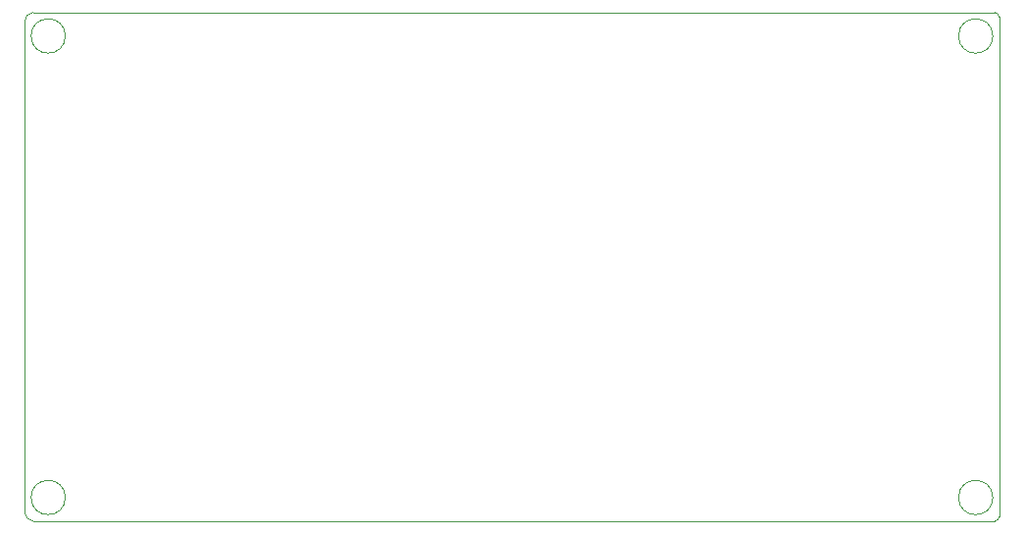
<source format=gbr>
G04 #@! TF.GenerationSoftware,KiCad,Pcbnew,(5.1.0)-1*
G04 #@! TF.CreationDate,2020-06-14T14:54:15-05:00*
G04 #@! TF.ProjectId,ESP32_BridgeH,45535033-325f-4427-9269-646765482e6b,0*
G04 #@! TF.SameCoordinates,Original*
G04 #@! TF.FileFunction,Profile,NP*
%FSLAX46Y46*%
G04 Gerber Fmt 4.6, Leading zero omitted, Abs format (unit mm)*
G04 Created by KiCad (PCBNEW (5.1.0)-1) date 2020-06-14 14:54:15*
%MOMM*%
%LPD*%
G04 APERTURE LIST*
%ADD10C,0.050000*%
G04 APERTURE END LIST*
D10*
X195326000Y-93726000D02*
X123190000Y-93726000D01*
X122428000Y-94488000D02*
X122428000Y-136906000D01*
X122428000Y-94488000D02*
G75*
G02X123190000Y-93726000I762000J0D01*
G01*
X123190000Y-137668000D02*
X195326000Y-137668000D01*
X123190000Y-137668000D02*
G75*
G02X122428000Y-136906000I0J762000D01*
G01*
X206248000Y-137668000D02*
X195326000Y-137668000D01*
X206629000Y-137287000D02*
G75*
G02X206248000Y-137668000I-381000J0D01*
G01*
X206248000Y-93726000D02*
X195326000Y-93726000D01*
X206629000Y-137287000D02*
X206629000Y-94107000D01*
X206248000Y-93726000D02*
G75*
G02X206629000Y-94107000I0J-381000D01*
G01*
X125941062Y-95758000D02*
G75*
G03X125941062Y-95758000I-1481062J0D01*
G01*
X125941062Y-135636000D02*
G75*
G03X125941062Y-135636000I-1481062J0D01*
G01*
X206078062Y-95758000D02*
G75*
G03X206078062Y-95758000I-1481062J0D01*
G01*
X206078062Y-135636000D02*
G75*
G03X206078062Y-135636000I-1481062J0D01*
G01*
M02*

</source>
